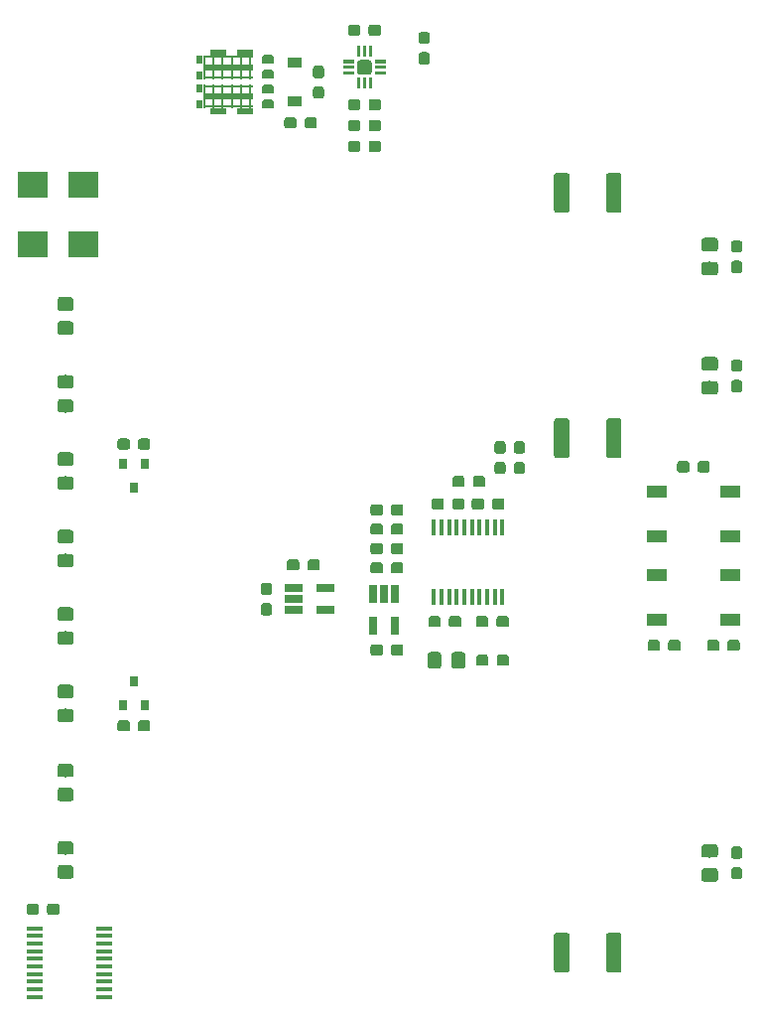
<source format=gbr>
G04 #@! TF.GenerationSoftware,KiCad,Pcbnew,(5.99.0-73-g24ea8f970)*
G04 #@! TF.CreationDate,2019-09-05T16:17:24-04:00*
G04 #@! TF.ProjectId,udoo-power,75646f6f-2d70-46f7-9765-722e6b696361,rev?*
G04 #@! TF.SameCoordinates,Original*
G04 #@! TF.FileFunction,Paste,Top*
G04 #@! TF.FilePolarity,Positive*
%FSLAX46Y46*%
G04 Gerber Fmt 4.6, Leading zero omitted, Abs format (unit mm)*
G04 Created by KiCad (PCBNEW (5.99.0-73-g24ea8f970)) date 2019-09-05 16:17:24*
%MOMM*%
%LPD*%
G04 APERTURE LIST*
%ADD10R,2.500000X2.300000*%
%ADD11R,1.450000X0.450000*%
%ADD12C,0.100000*%
%ADD13C,0.950000*%
%ADD14C,1.150000*%
%ADD15R,0.250000X2.080000*%
%ADD16R,4.280000X0.250000*%
%ADD17R,1.400000X0.495000*%
%ADD18R,4.280000X0.500000*%
%ADD19R,0.560000X0.750000*%
%ADD20C,0.750000*%
%ADD21R,0.450000X1.450000*%
%ADD22R,0.800000X0.900000*%
%ADD23R,1.700000X1.000000*%
%ADD24C,1.300000*%
%ADD25R,1.200000X0.900000*%
%ADD26C,1.230000*%
%ADD27C,0.500000*%
%ADD28C,0.300000*%
%ADD29R,0.650000X1.560000*%
%ADD30R,1.560000X0.650000*%
G04 APERTURE END LIST*
D10*
X93082000Y-66675000D03*
X88782000Y-66675000D03*
D11*
X94870000Y-124964000D03*
X94870000Y-125614000D03*
X94870000Y-126264000D03*
X94870000Y-126914000D03*
X94870000Y-127564000D03*
X94870000Y-128214000D03*
X94870000Y-128864000D03*
X94870000Y-129514000D03*
X94870000Y-130164000D03*
X94870000Y-130814000D03*
X88970000Y-130814000D03*
X88970000Y-130164000D03*
X88970000Y-129514000D03*
X88970000Y-128864000D03*
X88970000Y-128214000D03*
X88970000Y-127564000D03*
X88970000Y-126914000D03*
X88970000Y-126264000D03*
X88970000Y-125614000D03*
X88970000Y-124964000D03*
D12*
G36*
X89151387Y-122860079D02*
G01*
X89228438Y-122911562D01*
X89279921Y-122988613D01*
X89298000Y-123079500D01*
X89298000Y-123554500D01*
X89279921Y-123645387D01*
X89228438Y-123722438D01*
X89151387Y-123773921D01*
X89060500Y-123792000D01*
X88485500Y-123792000D01*
X88394613Y-123773921D01*
X88317562Y-123722438D01*
X88266079Y-123645387D01*
X88248000Y-123554500D01*
X88248000Y-123079500D01*
X88266079Y-122988613D01*
X88317562Y-122911562D01*
X88394613Y-122860079D01*
X88485500Y-122842000D01*
X89060500Y-122842000D01*
X89151387Y-122860079D01*
X89151387Y-122860079D01*
G37*
D13*
X88773000Y-123317000D03*
D12*
G36*
X90901387Y-122860079D02*
G01*
X90978438Y-122911562D01*
X91029921Y-122988613D01*
X91048000Y-123079500D01*
X91048000Y-123554500D01*
X91029921Y-123645387D01*
X90978438Y-123722438D01*
X90901387Y-123773921D01*
X90810500Y-123792000D01*
X90235500Y-123792000D01*
X90144613Y-123773921D01*
X90067562Y-123722438D01*
X90016079Y-123645387D01*
X89998000Y-123554500D01*
X89998000Y-123079500D01*
X90016079Y-122988613D01*
X90067562Y-122911562D01*
X90144613Y-122860079D01*
X90235500Y-122842000D01*
X90810500Y-122842000D01*
X90901387Y-122860079D01*
X90901387Y-122860079D01*
G37*
D13*
X90523000Y-123317000D03*
D12*
G36*
X92112671Y-71181030D02*
G01*
X92193777Y-71235223D01*
X92247970Y-71316329D01*
X92267000Y-71411999D01*
X92267000Y-72062001D01*
X92247970Y-72157671D01*
X92193777Y-72238777D01*
X92112671Y-72292970D01*
X92017001Y-72312000D01*
X91116999Y-72312000D01*
X91021329Y-72292970D01*
X90940223Y-72238777D01*
X90886030Y-72157671D01*
X90867000Y-72062001D01*
X90867000Y-71411999D01*
X90886030Y-71316329D01*
X90940223Y-71235223D01*
X91021329Y-71181030D01*
X91116999Y-71162000D01*
X92017001Y-71162000D01*
X92112671Y-71181030D01*
X92112671Y-71181030D01*
G37*
D14*
X91567000Y-71737000D03*
D12*
G36*
X92112671Y-73231030D02*
G01*
X92193777Y-73285223D01*
X92247970Y-73366329D01*
X92267000Y-73461999D01*
X92267000Y-74112001D01*
X92247970Y-74207671D01*
X92193777Y-74288777D01*
X92112671Y-74342970D01*
X92017001Y-74362000D01*
X91116999Y-74362000D01*
X91021329Y-74342970D01*
X90940223Y-74288777D01*
X90886030Y-74207671D01*
X90867000Y-74112001D01*
X90867000Y-73461999D01*
X90886030Y-73366329D01*
X90940223Y-73285223D01*
X91021329Y-73231030D01*
X91116999Y-73212000D01*
X92017001Y-73212000D01*
X92112671Y-73231030D01*
X92112671Y-73231030D01*
G37*
D14*
X91567000Y-73787000D03*
D12*
G36*
X92112671Y-77809601D02*
G01*
X92193777Y-77863794D01*
X92247970Y-77944900D01*
X92267000Y-78040570D01*
X92267000Y-78690572D01*
X92247970Y-78786242D01*
X92193777Y-78867348D01*
X92112671Y-78921541D01*
X92017001Y-78940571D01*
X91116999Y-78940571D01*
X91021329Y-78921541D01*
X90940223Y-78867348D01*
X90886030Y-78786242D01*
X90867000Y-78690572D01*
X90867000Y-78040570D01*
X90886030Y-77944900D01*
X90940223Y-77863794D01*
X91021329Y-77809601D01*
X91116999Y-77790571D01*
X92017001Y-77790571D01*
X92112671Y-77809601D01*
X92112671Y-77809601D01*
G37*
D14*
X91567000Y-78365571D03*
D12*
G36*
X92112671Y-79859601D02*
G01*
X92193777Y-79913794D01*
X92247970Y-79994900D01*
X92267000Y-80090570D01*
X92267000Y-80740572D01*
X92247970Y-80836242D01*
X92193777Y-80917348D01*
X92112671Y-80971541D01*
X92017001Y-80990571D01*
X91116999Y-80990571D01*
X91021329Y-80971541D01*
X90940223Y-80917348D01*
X90886030Y-80836242D01*
X90867000Y-80740572D01*
X90867000Y-80090570D01*
X90886030Y-79994900D01*
X90940223Y-79913794D01*
X91021329Y-79859601D01*
X91116999Y-79840571D01*
X92017001Y-79840571D01*
X92112671Y-79859601D01*
X92112671Y-79859601D01*
G37*
D14*
X91567000Y-80415571D03*
D15*
X107349000Y-54046600D03*
D16*
X105449000Y-53166600D03*
D15*
X106569000Y-54046600D03*
X105779000Y-54046600D03*
D17*
X106889000Y-55334600D03*
D15*
X104179000Y-54046600D03*
D18*
X105449000Y-54046600D03*
D16*
X105449000Y-54926600D03*
D17*
X104589000Y-55334600D03*
D15*
X104979000Y-54046600D03*
X103449000Y-54046600D03*
D19*
X103029000Y-54711600D03*
X103029000Y-53381600D03*
D15*
X103449000Y-51566600D03*
X104179000Y-51566600D03*
X104979000Y-51566600D03*
X105779000Y-51566600D03*
X106569000Y-51566600D03*
X107349000Y-51566600D03*
D16*
X105449000Y-52446600D03*
X105449000Y-50686600D03*
D18*
X105449000Y-51566600D03*
D17*
X104589000Y-50278600D03*
X106889000Y-50278600D03*
D19*
X103029000Y-52231600D03*
X103029000Y-50901600D03*
D12*
G36*
X109245014Y-50538189D02*
G01*
X109294407Y-50571193D01*
X109327411Y-50620586D01*
X109339000Y-50678850D01*
X109339000Y-51124350D01*
X109327411Y-51182614D01*
X109294407Y-51232007D01*
X109245014Y-51265011D01*
X109186750Y-51276600D01*
X108491250Y-51276600D01*
X108432986Y-51265011D01*
X108383593Y-51232007D01*
X108350589Y-51182614D01*
X108339000Y-51124350D01*
X108339000Y-50678850D01*
X108350589Y-50620586D01*
X108383593Y-50571193D01*
X108432986Y-50538189D01*
X108491250Y-50526600D01*
X109186750Y-50526600D01*
X109245014Y-50538189D01*
X109245014Y-50538189D01*
G37*
D20*
X108839000Y-50901600D03*
D12*
G36*
X109245014Y-51808189D02*
G01*
X109294407Y-51841193D01*
X109327411Y-51890586D01*
X109339000Y-51948850D01*
X109339000Y-52394350D01*
X109327411Y-52452614D01*
X109294407Y-52502007D01*
X109245014Y-52535011D01*
X109186750Y-52546600D01*
X108491250Y-52546600D01*
X108432986Y-52535011D01*
X108383593Y-52502007D01*
X108350589Y-52452614D01*
X108339000Y-52394350D01*
X108339000Y-51948850D01*
X108350589Y-51890586D01*
X108383593Y-51841193D01*
X108432986Y-51808189D01*
X108491250Y-51796600D01*
X109186750Y-51796600D01*
X109245014Y-51808189D01*
X109245014Y-51808189D01*
G37*
D20*
X108839000Y-52171600D03*
D12*
G36*
X109245014Y-53078189D02*
G01*
X109294407Y-53111193D01*
X109327411Y-53160586D01*
X109339000Y-53218850D01*
X109339000Y-53664350D01*
X109327411Y-53722614D01*
X109294407Y-53772007D01*
X109245014Y-53805011D01*
X109186750Y-53816600D01*
X108491250Y-53816600D01*
X108432986Y-53805011D01*
X108383593Y-53772007D01*
X108350589Y-53722614D01*
X108339000Y-53664350D01*
X108339000Y-53218850D01*
X108350589Y-53160586D01*
X108383593Y-53111193D01*
X108432986Y-53078189D01*
X108491250Y-53066600D01*
X109186750Y-53066600D01*
X109245014Y-53078189D01*
X109245014Y-53078189D01*
G37*
D20*
X108839000Y-53441600D03*
D12*
G36*
X109245014Y-54348189D02*
G01*
X109294407Y-54381193D01*
X109327411Y-54430586D01*
X109339000Y-54488850D01*
X109339000Y-54934350D01*
X109327411Y-54992614D01*
X109294407Y-55042007D01*
X109245014Y-55075011D01*
X109186750Y-55086600D01*
X108491250Y-55086600D01*
X108432986Y-55075011D01*
X108383593Y-55042007D01*
X108350589Y-54992614D01*
X108339000Y-54934350D01*
X108339000Y-54488850D01*
X108350589Y-54430586D01*
X108383593Y-54381193D01*
X108432986Y-54348189D01*
X108491250Y-54336600D01*
X109186750Y-54336600D01*
X109245014Y-54348189D01*
X109245014Y-54348189D01*
G37*
D20*
X108839000Y-54711600D03*
D12*
G36*
X148968387Y-100381079D02*
G01*
X149045438Y-100432562D01*
X149096921Y-100509613D01*
X149115000Y-100600500D01*
X149115000Y-101075500D01*
X149096921Y-101166387D01*
X149045438Y-101243438D01*
X148968387Y-101294921D01*
X148877500Y-101313000D01*
X148302500Y-101313000D01*
X148211613Y-101294921D01*
X148134562Y-101243438D01*
X148083079Y-101166387D01*
X148065000Y-101075500D01*
X148065000Y-100600500D01*
X148083079Y-100509613D01*
X148134562Y-100432562D01*
X148211613Y-100381079D01*
X148302500Y-100363000D01*
X148877500Y-100363000D01*
X148968387Y-100381079D01*
X148968387Y-100381079D01*
G37*
D13*
X148590000Y-100838000D03*
D12*
G36*
X147218387Y-100381079D02*
G01*
X147295438Y-100432562D01*
X147346921Y-100509613D01*
X147365000Y-100600500D01*
X147365000Y-101075500D01*
X147346921Y-101166387D01*
X147295438Y-101243438D01*
X147218387Y-101294921D01*
X147127500Y-101313000D01*
X146552500Y-101313000D01*
X146461613Y-101294921D01*
X146384562Y-101243438D01*
X146333079Y-101166387D01*
X146315000Y-101075500D01*
X146315000Y-100600500D01*
X146333079Y-100509613D01*
X146384562Y-100432562D01*
X146461613Y-100381079D01*
X146552500Y-100363000D01*
X147127500Y-100363000D01*
X147218387Y-100381079D01*
X147218387Y-100381079D01*
G37*
D13*
X146840000Y-100838000D03*
D12*
G36*
X118347387Y-54280079D02*
G01*
X118424438Y-54331562D01*
X118475921Y-54408613D01*
X118494000Y-54499500D01*
X118494000Y-54974500D01*
X118475921Y-55065387D01*
X118424438Y-55142438D01*
X118347387Y-55193921D01*
X118256500Y-55212000D01*
X117681500Y-55212000D01*
X117590613Y-55193921D01*
X117513562Y-55142438D01*
X117462079Y-55065387D01*
X117444000Y-54974500D01*
X117444000Y-54499500D01*
X117462079Y-54408613D01*
X117513562Y-54331562D01*
X117590613Y-54280079D01*
X117681500Y-54262000D01*
X118256500Y-54262000D01*
X118347387Y-54280079D01*
X118347387Y-54280079D01*
G37*
D13*
X117969000Y-54737000D03*
D12*
G36*
X116597387Y-54280079D02*
G01*
X116674438Y-54331562D01*
X116725921Y-54408613D01*
X116744000Y-54499500D01*
X116744000Y-54974500D01*
X116725921Y-55065387D01*
X116674438Y-55142438D01*
X116597387Y-55193921D01*
X116506500Y-55212000D01*
X115931500Y-55212000D01*
X115840613Y-55193921D01*
X115763562Y-55142438D01*
X115712079Y-55065387D01*
X115694000Y-54974500D01*
X115694000Y-54499500D01*
X115712079Y-54408613D01*
X115763562Y-54331562D01*
X115840613Y-54280079D01*
X115931500Y-54262000D01*
X116506500Y-54262000D01*
X116597387Y-54280079D01*
X116597387Y-54280079D01*
G37*
D13*
X116219000Y-54737000D03*
D21*
X128859000Y-96705000D03*
X128209000Y-96705000D03*
X127559000Y-96705000D03*
X126909000Y-96705000D03*
X126259000Y-96705000D03*
X125609000Y-96705000D03*
X124959000Y-96705000D03*
X124309000Y-96705000D03*
X123659000Y-96705000D03*
X123009000Y-96705000D03*
X123009000Y-90805000D03*
X123659000Y-90805000D03*
X124309000Y-90805000D03*
X124959000Y-90805000D03*
X125609000Y-90805000D03*
X126259000Y-90805000D03*
X126909000Y-90805000D03*
X127559000Y-90805000D03*
X128209000Y-90805000D03*
X128859000Y-90805000D03*
D12*
G36*
X147103671Y-119849030D02*
G01*
X147184777Y-119903223D01*
X147238970Y-119984329D01*
X147258000Y-120079999D01*
X147258000Y-120730001D01*
X147238970Y-120825671D01*
X147184777Y-120906777D01*
X147103671Y-120960970D01*
X147008001Y-120980000D01*
X146107999Y-120980000D01*
X146012329Y-120960970D01*
X145931223Y-120906777D01*
X145877030Y-120825671D01*
X145858000Y-120730001D01*
X145858000Y-120079999D01*
X145877030Y-119984329D01*
X145931223Y-119903223D01*
X146012329Y-119849030D01*
X146107999Y-119830000D01*
X147008001Y-119830000D01*
X147103671Y-119849030D01*
X147103671Y-119849030D01*
G37*
D14*
X146558000Y-120405000D03*
D12*
G36*
X147103671Y-117799030D02*
G01*
X147184777Y-117853223D01*
X147238970Y-117934329D01*
X147258000Y-118029999D01*
X147258000Y-118680001D01*
X147238970Y-118775671D01*
X147184777Y-118856777D01*
X147103671Y-118910970D01*
X147008001Y-118930000D01*
X146107999Y-118930000D01*
X146012329Y-118910970D01*
X145931223Y-118856777D01*
X145877030Y-118775671D01*
X145858000Y-118680001D01*
X145858000Y-118029999D01*
X145877030Y-117934329D01*
X145931223Y-117853223D01*
X146012329Y-117799030D01*
X146107999Y-117780000D01*
X147008001Y-117780000D01*
X147103671Y-117799030D01*
X147103671Y-117799030D01*
G37*
D14*
X146558000Y-118355000D03*
D22*
X97409000Y-103902000D03*
X98359000Y-105902000D03*
X96459000Y-105902000D03*
D12*
G36*
X118502387Y-90475079D02*
G01*
X118579438Y-90526562D01*
X118630921Y-90603613D01*
X118649000Y-90694500D01*
X118649000Y-91169500D01*
X118630921Y-91260387D01*
X118579438Y-91337438D01*
X118502387Y-91388921D01*
X118411500Y-91407000D01*
X117836500Y-91407000D01*
X117745613Y-91388921D01*
X117668562Y-91337438D01*
X117617079Y-91260387D01*
X117599000Y-91169500D01*
X117599000Y-90694500D01*
X117617079Y-90603613D01*
X117668562Y-90526562D01*
X117745613Y-90475079D01*
X117836500Y-90457000D01*
X118411500Y-90457000D01*
X118502387Y-90475079D01*
X118502387Y-90475079D01*
G37*
D13*
X118124000Y-90932000D03*
D12*
G36*
X120252387Y-90475079D02*
G01*
X120329438Y-90526562D01*
X120380921Y-90603613D01*
X120399000Y-90694500D01*
X120399000Y-91169500D01*
X120380921Y-91260387D01*
X120329438Y-91337438D01*
X120252387Y-91388921D01*
X120161500Y-91407000D01*
X119586500Y-91407000D01*
X119495613Y-91388921D01*
X119418562Y-91337438D01*
X119367079Y-91260387D01*
X119349000Y-91169500D01*
X119349000Y-90694500D01*
X119367079Y-90603613D01*
X119418562Y-90526562D01*
X119495613Y-90475079D01*
X119586500Y-90457000D01*
X120161500Y-90457000D01*
X120252387Y-90475079D01*
X120252387Y-90475079D01*
G37*
D13*
X119874000Y-90932000D03*
D12*
G36*
X122502387Y-48529079D02*
G01*
X122579438Y-48580562D01*
X122630921Y-48657613D01*
X122649000Y-48748500D01*
X122649000Y-49323500D01*
X122630921Y-49414387D01*
X122579438Y-49491438D01*
X122502387Y-49542921D01*
X122411500Y-49561000D01*
X121936500Y-49561000D01*
X121845613Y-49542921D01*
X121768562Y-49491438D01*
X121717079Y-49414387D01*
X121699000Y-49323500D01*
X121699000Y-48748500D01*
X121717079Y-48657613D01*
X121768562Y-48580562D01*
X121845613Y-48529079D01*
X121936500Y-48511000D01*
X122411500Y-48511000D01*
X122502387Y-48529079D01*
X122502387Y-48529079D01*
G37*
D13*
X122174000Y-49036000D03*
D12*
G36*
X122502387Y-50279079D02*
G01*
X122579438Y-50330562D01*
X122630921Y-50407613D01*
X122649000Y-50498500D01*
X122649000Y-51073500D01*
X122630921Y-51164387D01*
X122579438Y-51241438D01*
X122502387Y-51292921D01*
X122411500Y-51311000D01*
X121936500Y-51311000D01*
X121845613Y-51292921D01*
X121768562Y-51241438D01*
X121717079Y-51164387D01*
X121699000Y-51073500D01*
X121699000Y-50498500D01*
X121717079Y-50407613D01*
X121768562Y-50330562D01*
X121845613Y-50279079D01*
X121936500Y-50261000D01*
X122411500Y-50261000D01*
X122502387Y-50279079D01*
X122502387Y-50279079D01*
G37*
D13*
X122174000Y-50786000D03*
D12*
G36*
X92112671Y-84398030D02*
G01*
X92193777Y-84452223D01*
X92247970Y-84533329D01*
X92267000Y-84628999D01*
X92267000Y-85279001D01*
X92247970Y-85374671D01*
X92193777Y-85455777D01*
X92112671Y-85509970D01*
X92017001Y-85529000D01*
X91116999Y-85529000D01*
X91021329Y-85509970D01*
X90940223Y-85455777D01*
X90886030Y-85374671D01*
X90867000Y-85279001D01*
X90867000Y-84628999D01*
X90886030Y-84533329D01*
X90940223Y-84452223D01*
X91021329Y-84398030D01*
X91116999Y-84379000D01*
X92017001Y-84379000D01*
X92112671Y-84398030D01*
X92112671Y-84398030D01*
G37*
D14*
X91567000Y-84954000D03*
D12*
G36*
X92112671Y-86448030D02*
G01*
X92193777Y-86502223D01*
X92247970Y-86583329D01*
X92267000Y-86678999D01*
X92267000Y-87329001D01*
X92247970Y-87424671D01*
X92193777Y-87505777D01*
X92112671Y-87559970D01*
X92017001Y-87579000D01*
X91116999Y-87579000D01*
X91021329Y-87559970D01*
X90940223Y-87505777D01*
X90886030Y-87424671D01*
X90867000Y-87329001D01*
X90867000Y-86678999D01*
X90886030Y-86583329D01*
X90940223Y-86502223D01*
X91021329Y-86448030D01*
X91116999Y-86429000D01*
X92017001Y-86429000D01*
X92112671Y-86448030D01*
X92112671Y-86448030D01*
G37*
D14*
X91567000Y-87004000D03*
D12*
G36*
X116597387Y-57836079D02*
G01*
X116674438Y-57887562D01*
X116725921Y-57964613D01*
X116744000Y-58055500D01*
X116744000Y-58530500D01*
X116725921Y-58621387D01*
X116674438Y-58698438D01*
X116597387Y-58749921D01*
X116506500Y-58768000D01*
X115931500Y-58768000D01*
X115840613Y-58749921D01*
X115763562Y-58698438D01*
X115712079Y-58621387D01*
X115694000Y-58530500D01*
X115694000Y-58055500D01*
X115712079Y-57964613D01*
X115763562Y-57887562D01*
X115840613Y-57836079D01*
X115931500Y-57818000D01*
X116506500Y-57818000D01*
X116597387Y-57836079D01*
X116597387Y-57836079D01*
G37*
D13*
X116219000Y-58293000D03*
D12*
G36*
X118347387Y-57836079D02*
G01*
X118424438Y-57887562D01*
X118475921Y-57964613D01*
X118494000Y-58055500D01*
X118494000Y-58530500D01*
X118475921Y-58621387D01*
X118424438Y-58698438D01*
X118347387Y-58749921D01*
X118256500Y-58768000D01*
X117681500Y-58768000D01*
X117590613Y-58749921D01*
X117513562Y-58698438D01*
X117462079Y-58621387D01*
X117444000Y-58530500D01*
X117444000Y-58055500D01*
X117462079Y-57964613D01*
X117513562Y-57887562D01*
X117590613Y-57836079D01*
X117681500Y-57818000D01*
X118256500Y-57818000D01*
X118347387Y-57836079D01*
X118347387Y-57836079D01*
G37*
D13*
X117969000Y-58293000D03*
D12*
G36*
X125487387Y-86411079D02*
G01*
X125564438Y-86462562D01*
X125615921Y-86539613D01*
X125634000Y-86630500D01*
X125634000Y-87105500D01*
X125615921Y-87196387D01*
X125564438Y-87273438D01*
X125487387Y-87324921D01*
X125396500Y-87343000D01*
X124821500Y-87343000D01*
X124730613Y-87324921D01*
X124653562Y-87273438D01*
X124602079Y-87196387D01*
X124584000Y-87105500D01*
X124584000Y-86630500D01*
X124602079Y-86539613D01*
X124653562Y-86462562D01*
X124730613Y-86411079D01*
X124821500Y-86393000D01*
X125396500Y-86393000D01*
X125487387Y-86411079D01*
X125487387Y-86411079D01*
G37*
D13*
X125109000Y-86868000D03*
D12*
G36*
X127237387Y-86411079D02*
G01*
X127314438Y-86462562D01*
X127365921Y-86539613D01*
X127384000Y-86630500D01*
X127384000Y-87105500D01*
X127365921Y-87196387D01*
X127314438Y-87273438D01*
X127237387Y-87324921D01*
X127146500Y-87343000D01*
X126571500Y-87343000D01*
X126480613Y-87324921D01*
X126403562Y-87273438D01*
X126352079Y-87196387D01*
X126334000Y-87105500D01*
X126334000Y-86630500D01*
X126352079Y-86539613D01*
X126403562Y-86462562D01*
X126480613Y-86411079D01*
X126571500Y-86393000D01*
X127146500Y-86393000D01*
X127237387Y-86411079D01*
X127237387Y-86411079D01*
G37*
D13*
X126859000Y-86868000D03*
D23*
X148311000Y-91562000D03*
X142011000Y-91562000D03*
X148311000Y-87762000D03*
X142011000Y-87762000D03*
D12*
G36*
X123723387Y-88316079D02*
G01*
X123800438Y-88367562D01*
X123851921Y-88444613D01*
X123870000Y-88535500D01*
X123870000Y-89010500D01*
X123851921Y-89101387D01*
X123800438Y-89178438D01*
X123723387Y-89229921D01*
X123632500Y-89248000D01*
X123057500Y-89248000D01*
X122966613Y-89229921D01*
X122889562Y-89178438D01*
X122838079Y-89101387D01*
X122820000Y-89010500D01*
X122820000Y-88535500D01*
X122838079Y-88444613D01*
X122889562Y-88367562D01*
X122966613Y-88316079D01*
X123057500Y-88298000D01*
X123632500Y-88298000D01*
X123723387Y-88316079D01*
X123723387Y-88316079D01*
G37*
D13*
X123345000Y-88773000D03*
D12*
G36*
X125473387Y-88316079D02*
G01*
X125550438Y-88367562D01*
X125601921Y-88444613D01*
X125620000Y-88535500D01*
X125620000Y-89010500D01*
X125601921Y-89101387D01*
X125550438Y-89178438D01*
X125473387Y-89229921D01*
X125382500Y-89248000D01*
X124807500Y-89248000D01*
X124716613Y-89229921D01*
X124639562Y-89178438D01*
X124588079Y-89101387D01*
X124570000Y-89010500D01*
X124570000Y-88535500D01*
X124588079Y-88444613D01*
X124639562Y-88367562D01*
X124716613Y-88316079D01*
X124807500Y-88298000D01*
X125382500Y-88298000D01*
X125473387Y-88316079D01*
X125473387Y-88316079D01*
G37*
D13*
X125095000Y-88773000D03*
D12*
G36*
X116583387Y-47930079D02*
G01*
X116660438Y-47981562D01*
X116711921Y-48058613D01*
X116730000Y-48149500D01*
X116730000Y-48624500D01*
X116711921Y-48715387D01*
X116660438Y-48792438D01*
X116583387Y-48843921D01*
X116492500Y-48862000D01*
X115917500Y-48862000D01*
X115826613Y-48843921D01*
X115749562Y-48792438D01*
X115698079Y-48715387D01*
X115680000Y-48624500D01*
X115680000Y-48149500D01*
X115698079Y-48058613D01*
X115749562Y-47981562D01*
X115826613Y-47930079D01*
X115917500Y-47912000D01*
X116492500Y-47912000D01*
X116583387Y-47930079D01*
X116583387Y-47930079D01*
G37*
D13*
X116205000Y-48387000D03*
D12*
G36*
X118333387Y-47930079D02*
G01*
X118410438Y-47981562D01*
X118461921Y-48058613D01*
X118480000Y-48149500D01*
X118480000Y-48624500D01*
X118461921Y-48715387D01*
X118410438Y-48792438D01*
X118333387Y-48843921D01*
X118242500Y-48862000D01*
X117667500Y-48862000D01*
X117576613Y-48843921D01*
X117499562Y-48792438D01*
X117448079Y-48715387D01*
X117430000Y-48624500D01*
X117430000Y-48149500D01*
X117448079Y-48058613D01*
X117499562Y-47981562D01*
X117576613Y-47930079D01*
X117667500Y-47912000D01*
X118242500Y-47912000D01*
X118333387Y-47930079D01*
X118333387Y-47930079D01*
G37*
D13*
X117955000Y-48387000D03*
D12*
G36*
X120252387Y-92126079D02*
G01*
X120329438Y-92177562D01*
X120380921Y-92254613D01*
X120399000Y-92345500D01*
X120399000Y-92820500D01*
X120380921Y-92911387D01*
X120329438Y-92988438D01*
X120252387Y-93039921D01*
X120161500Y-93058000D01*
X119586500Y-93058000D01*
X119495613Y-93039921D01*
X119418562Y-92988438D01*
X119367079Y-92911387D01*
X119349000Y-92820500D01*
X119349000Y-92345500D01*
X119367079Y-92254613D01*
X119418562Y-92177562D01*
X119495613Y-92126079D01*
X119586500Y-92108000D01*
X120161500Y-92108000D01*
X120252387Y-92126079D01*
X120252387Y-92126079D01*
G37*
D13*
X119874000Y-92583000D03*
D12*
G36*
X118502387Y-92126079D02*
G01*
X118579438Y-92177562D01*
X118630921Y-92254613D01*
X118649000Y-92345500D01*
X118649000Y-92820500D01*
X118630921Y-92911387D01*
X118579438Y-92988438D01*
X118502387Y-93039921D01*
X118411500Y-93058000D01*
X117836500Y-93058000D01*
X117745613Y-93039921D01*
X117668562Y-92988438D01*
X117617079Y-92911387D01*
X117599000Y-92820500D01*
X117599000Y-92345500D01*
X117617079Y-92254613D01*
X117668562Y-92177562D01*
X117745613Y-92126079D01*
X117836500Y-92108000D01*
X118411500Y-92108000D01*
X118502387Y-92126079D01*
X118502387Y-92126079D01*
G37*
D13*
X118124000Y-92583000D03*
D12*
G36*
X125196387Y-98349079D02*
G01*
X125273438Y-98400562D01*
X125324921Y-98477613D01*
X125343000Y-98568500D01*
X125343000Y-99043500D01*
X125324921Y-99134387D01*
X125273438Y-99211438D01*
X125196387Y-99262921D01*
X125105500Y-99281000D01*
X124530500Y-99281000D01*
X124439613Y-99262921D01*
X124362562Y-99211438D01*
X124311079Y-99134387D01*
X124293000Y-99043500D01*
X124293000Y-98568500D01*
X124311079Y-98477613D01*
X124362562Y-98400562D01*
X124439613Y-98349079D01*
X124530500Y-98331000D01*
X125105500Y-98331000D01*
X125196387Y-98349079D01*
X125196387Y-98349079D01*
G37*
D13*
X124818000Y-98806000D03*
D12*
G36*
X123446387Y-98349079D02*
G01*
X123523438Y-98400562D01*
X123574921Y-98477613D01*
X123593000Y-98568500D01*
X123593000Y-99043500D01*
X123574921Y-99134387D01*
X123523438Y-99211438D01*
X123446387Y-99262921D01*
X123355500Y-99281000D01*
X122780500Y-99281000D01*
X122689613Y-99262921D01*
X122612562Y-99211438D01*
X122561079Y-99134387D01*
X122543000Y-99043500D01*
X122543000Y-98568500D01*
X122561079Y-98477613D01*
X122612562Y-98400562D01*
X122689613Y-98349079D01*
X122780500Y-98331000D01*
X123355500Y-98331000D01*
X123446387Y-98349079D01*
X123446387Y-98349079D01*
G37*
D13*
X123068000Y-98806000D03*
D12*
G36*
X130630387Y-85204079D02*
G01*
X130707438Y-85255562D01*
X130758921Y-85332613D01*
X130777000Y-85423500D01*
X130777000Y-85998500D01*
X130758921Y-86089387D01*
X130707438Y-86166438D01*
X130630387Y-86217921D01*
X130539500Y-86236000D01*
X130064500Y-86236000D01*
X129973613Y-86217921D01*
X129896562Y-86166438D01*
X129845079Y-86089387D01*
X129827000Y-85998500D01*
X129827000Y-85423500D01*
X129845079Y-85332613D01*
X129896562Y-85255562D01*
X129973613Y-85204079D01*
X130064500Y-85186000D01*
X130539500Y-85186000D01*
X130630387Y-85204079D01*
X130630387Y-85204079D01*
G37*
D13*
X130302000Y-85711000D03*
D12*
G36*
X130630387Y-83454079D02*
G01*
X130707438Y-83505562D01*
X130758921Y-83582613D01*
X130777000Y-83673500D01*
X130777000Y-84248500D01*
X130758921Y-84339387D01*
X130707438Y-84416438D01*
X130630387Y-84467921D01*
X130539500Y-84486000D01*
X130064500Y-84486000D01*
X129973613Y-84467921D01*
X129896562Y-84416438D01*
X129845079Y-84339387D01*
X129827000Y-84248500D01*
X129827000Y-83673500D01*
X129845079Y-83582613D01*
X129896562Y-83505562D01*
X129973613Y-83454079D01*
X130064500Y-83436000D01*
X130539500Y-83436000D01*
X130630387Y-83454079D01*
X130630387Y-83454079D01*
G37*
D13*
X130302000Y-83961000D03*
D12*
G36*
X142152387Y-100381079D02*
G01*
X142229438Y-100432562D01*
X142280921Y-100509613D01*
X142299000Y-100600500D01*
X142299000Y-101075500D01*
X142280921Y-101166387D01*
X142229438Y-101243438D01*
X142152387Y-101294921D01*
X142061500Y-101313000D01*
X141486500Y-101313000D01*
X141395613Y-101294921D01*
X141318562Y-101243438D01*
X141267079Y-101166387D01*
X141249000Y-101075500D01*
X141249000Y-100600500D01*
X141267079Y-100509613D01*
X141318562Y-100432562D01*
X141395613Y-100381079D01*
X141486500Y-100363000D01*
X142061500Y-100363000D01*
X142152387Y-100381079D01*
X142152387Y-100381079D01*
G37*
D13*
X141774000Y-100838000D03*
D12*
G36*
X143902387Y-100381079D02*
G01*
X143979438Y-100432562D01*
X144030921Y-100509613D01*
X144049000Y-100600500D01*
X144049000Y-101075500D01*
X144030921Y-101166387D01*
X143979438Y-101243438D01*
X143902387Y-101294921D01*
X143811500Y-101313000D01*
X143236500Y-101313000D01*
X143145613Y-101294921D01*
X143068562Y-101243438D01*
X143017079Y-101166387D01*
X142999000Y-101075500D01*
X142999000Y-100600500D01*
X143017079Y-100509613D01*
X143068562Y-100432562D01*
X143145613Y-100381079D01*
X143236500Y-100363000D01*
X143811500Y-100363000D01*
X143902387Y-100381079D01*
X143902387Y-100381079D01*
G37*
D13*
X143524000Y-100838000D03*
D12*
G36*
X109040387Y-95510079D02*
G01*
X109117438Y-95561562D01*
X109168921Y-95638613D01*
X109187000Y-95729500D01*
X109187000Y-96304500D01*
X109168921Y-96395387D01*
X109117438Y-96472438D01*
X109040387Y-96523921D01*
X108949500Y-96542000D01*
X108474500Y-96542000D01*
X108383613Y-96523921D01*
X108306562Y-96472438D01*
X108255079Y-96395387D01*
X108237000Y-96304500D01*
X108237000Y-95729500D01*
X108255079Y-95638613D01*
X108306562Y-95561562D01*
X108383613Y-95510079D01*
X108474500Y-95492000D01*
X108949500Y-95492000D01*
X109040387Y-95510079D01*
X109040387Y-95510079D01*
G37*
D13*
X108712000Y-96017000D03*
D12*
G36*
X109040387Y-97260079D02*
G01*
X109117438Y-97311562D01*
X109168921Y-97388613D01*
X109187000Y-97479500D01*
X109187000Y-98054500D01*
X109168921Y-98145387D01*
X109117438Y-98222438D01*
X109040387Y-98273921D01*
X108949500Y-98292000D01*
X108474500Y-98292000D01*
X108383613Y-98273921D01*
X108306562Y-98222438D01*
X108255079Y-98145387D01*
X108237000Y-98054500D01*
X108237000Y-97479500D01*
X108255079Y-97388613D01*
X108306562Y-97311562D01*
X108383613Y-97260079D01*
X108474500Y-97242000D01*
X108949500Y-97242000D01*
X109040387Y-97260079D01*
X109040387Y-97260079D01*
G37*
D13*
X108712000Y-97767000D03*
D12*
G36*
X111381387Y-93523079D02*
G01*
X111458438Y-93574562D01*
X111509921Y-93651613D01*
X111528000Y-93742500D01*
X111528000Y-94217500D01*
X111509921Y-94308387D01*
X111458438Y-94385438D01*
X111381387Y-94436921D01*
X111290500Y-94455000D01*
X110715500Y-94455000D01*
X110624613Y-94436921D01*
X110547562Y-94385438D01*
X110496079Y-94308387D01*
X110478000Y-94217500D01*
X110478000Y-93742500D01*
X110496079Y-93651613D01*
X110547562Y-93574562D01*
X110624613Y-93523079D01*
X110715500Y-93505000D01*
X111290500Y-93505000D01*
X111381387Y-93523079D01*
X111381387Y-93523079D01*
G37*
D13*
X111003000Y-93980000D03*
D12*
G36*
X113131387Y-93523079D02*
G01*
X113208438Y-93574562D01*
X113259921Y-93651613D01*
X113278000Y-93742500D01*
X113278000Y-94217500D01*
X113259921Y-94308387D01*
X113208438Y-94385438D01*
X113131387Y-94436921D01*
X113040500Y-94455000D01*
X112465500Y-94455000D01*
X112374613Y-94436921D01*
X112297562Y-94385438D01*
X112246079Y-94308387D01*
X112228000Y-94217500D01*
X112228000Y-93742500D01*
X112246079Y-93651613D01*
X112297562Y-93574562D01*
X112374613Y-93523079D01*
X112465500Y-93505000D01*
X113040500Y-93505000D01*
X113131387Y-93523079D01*
X113131387Y-93523079D01*
G37*
D13*
X112753000Y-93980000D03*
D12*
G36*
X147103671Y-68160030D02*
G01*
X147184777Y-68214223D01*
X147238970Y-68295329D01*
X147258000Y-68390999D01*
X147258000Y-69041001D01*
X147238970Y-69136671D01*
X147184777Y-69217777D01*
X147103671Y-69271970D01*
X147008001Y-69291000D01*
X146107999Y-69291000D01*
X146012329Y-69271970D01*
X145931223Y-69217777D01*
X145877030Y-69136671D01*
X145858000Y-69041001D01*
X145858000Y-68390999D01*
X145877030Y-68295329D01*
X145931223Y-68214223D01*
X146012329Y-68160030D01*
X146107999Y-68141000D01*
X147008001Y-68141000D01*
X147103671Y-68160030D01*
X147103671Y-68160030D01*
G37*
D14*
X146558000Y-68716000D03*
D12*
G36*
X147103671Y-66110030D02*
G01*
X147184777Y-66164223D01*
X147238970Y-66245329D01*
X147258000Y-66340999D01*
X147258000Y-66991001D01*
X147238970Y-67086671D01*
X147184777Y-67167777D01*
X147103671Y-67221970D01*
X147008001Y-67241000D01*
X146107999Y-67241000D01*
X146012329Y-67221970D01*
X145931223Y-67167777D01*
X145877030Y-67086671D01*
X145858000Y-66991001D01*
X145858000Y-66340999D01*
X145877030Y-66245329D01*
X145931223Y-66164223D01*
X146012329Y-66110030D01*
X146107999Y-66091000D01*
X147008001Y-66091000D01*
X147103671Y-66110030D01*
X147103671Y-66110030D01*
G37*
D14*
X146558000Y-66666000D03*
D12*
G36*
X118502387Y-93777079D02*
G01*
X118579438Y-93828562D01*
X118630921Y-93905613D01*
X118649000Y-93996500D01*
X118649000Y-94471500D01*
X118630921Y-94562387D01*
X118579438Y-94639438D01*
X118502387Y-94690921D01*
X118411500Y-94709000D01*
X117836500Y-94709000D01*
X117745613Y-94690921D01*
X117668562Y-94639438D01*
X117617079Y-94562387D01*
X117599000Y-94471500D01*
X117599000Y-93996500D01*
X117617079Y-93905613D01*
X117668562Y-93828562D01*
X117745613Y-93777079D01*
X117836500Y-93759000D01*
X118411500Y-93759000D01*
X118502387Y-93777079D01*
X118502387Y-93777079D01*
G37*
D13*
X118124000Y-94234000D03*
D12*
G36*
X120252387Y-93777079D02*
G01*
X120329438Y-93828562D01*
X120380921Y-93905613D01*
X120399000Y-93996500D01*
X120399000Y-94471500D01*
X120380921Y-94562387D01*
X120329438Y-94639438D01*
X120252387Y-94690921D01*
X120161500Y-94709000D01*
X119586500Y-94709000D01*
X119495613Y-94690921D01*
X119418562Y-94639438D01*
X119367079Y-94562387D01*
X119349000Y-94471500D01*
X119349000Y-93996500D01*
X119367079Y-93905613D01*
X119418562Y-93828562D01*
X119495613Y-93777079D01*
X119586500Y-93759000D01*
X120161500Y-93759000D01*
X120252387Y-93777079D01*
X120252387Y-93777079D01*
G37*
D13*
X119874000Y-94234000D03*
D12*
G36*
X127519387Y-101651079D02*
G01*
X127596438Y-101702562D01*
X127647921Y-101779613D01*
X127666000Y-101870500D01*
X127666000Y-102345500D01*
X127647921Y-102436387D01*
X127596438Y-102513438D01*
X127519387Y-102564921D01*
X127428500Y-102583000D01*
X126853500Y-102583000D01*
X126762613Y-102564921D01*
X126685562Y-102513438D01*
X126634079Y-102436387D01*
X126616000Y-102345500D01*
X126616000Y-101870500D01*
X126634079Y-101779613D01*
X126685562Y-101702562D01*
X126762613Y-101651079D01*
X126853500Y-101633000D01*
X127428500Y-101633000D01*
X127519387Y-101651079D01*
X127519387Y-101651079D01*
G37*
D13*
X127141000Y-102108000D03*
D12*
G36*
X129269387Y-101651079D02*
G01*
X129346438Y-101702562D01*
X129397921Y-101779613D01*
X129416000Y-101870500D01*
X129416000Y-102345500D01*
X129397921Y-102436387D01*
X129346438Y-102513438D01*
X129269387Y-102564921D01*
X129178500Y-102583000D01*
X128603500Y-102583000D01*
X128512613Y-102564921D01*
X128435562Y-102513438D01*
X128384079Y-102436387D01*
X128366000Y-102345500D01*
X128366000Y-101870500D01*
X128384079Y-101779613D01*
X128435562Y-101702562D01*
X128512613Y-101651079D01*
X128603500Y-101633000D01*
X129178500Y-101633000D01*
X129269387Y-101651079D01*
X129269387Y-101651079D01*
G37*
D13*
X128891000Y-102108000D03*
D12*
G36*
X123474671Y-101427030D02*
G01*
X123555777Y-101481223D01*
X123609970Y-101562329D01*
X123629000Y-101657999D01*
X123629000Y-102558001D01*
X123609970Y-102653671D01*
X123555777Y-102734777D01*
X123474671Y-102788970D01*
X123379001Y-102808000D01*
X122728999Y-102808000D01*
X122633329Y-102788970D01*
X122552223Y-102734777D01*
X122498030Y-102653671D01*
X122479000Y-102558001D01*
X122479000Y-101657999D01*
X122498030Y-101562329D01*
X122552223Y-101481223D01*
X122633329Y-101427030D01*
X122728999Y-101408000D01*
X123379001Y-101408000D01*
X123474671Y-101427030D01*
X123474671Y-101427030D01*
G37*
D14*
X123054000Y-102108000D03*
D12*
G36*
X125524671Y-101427030D02*
G01*
X125605777Y-101481223D01*
X125659970Y-101562329D01*
X125679000Y-101657999D01*
X125679000Y-102558001D01*
X125659970Y-102653671D01*
X125605777Y-102734777D01*
X125524671Y-102788970D01*
X125429001Y-102808000D01*
X124778999Y-102808000D01*
X124683329Y-102788970D01*
X124602223Y-102734777D01*
X124548030Y-102653671D01*
X124529000Y-102558001D01*
X124529000Y-101657999D01*
X124548030Y-101562329D01*
X124602223Y-101481223D01*
X124683329Y-101427030D01*
X124778999Y-101408000D01*
X125429001Y-101408000D01*
X125524671Y-101427030D01*
X125524671Y-101427030D01*
G37*
D14*
X125104000Y-102108000D03*
D12*
G36*
X149172387Y-117998079D02*
G01*
X149249438Y-118049562D01*
X149300921Y-118126613D01*
X149319000Y-118217500D01*
X149319000Y-118792500D01*
X149300921Y-118883387D01*
X149249438Y-118960438D01*
X149172387Y-119011921D01*
X149081500Y-119030000D01*
X148606500Y-119030000D01*
X148515613Y-119011921D01*
X148438562Y-118960438D01*
X148387079Y-118883387D01*
X148369000Y-118792500D01*
X148369000Y-118217500D01*
X148387079Y-118126613D01*
X148438562Y-118049562D01*
X148515613Y-117998079D01*
X148606500Y-117980000D01*
X149081500Y-117980000D01*
X149172387Y-117998079D01*
X149172387Y-117998079D01*
G37*
D13*
X148844000Y-118505000D03*
D12*
G36*
X149172387Y-119748079D02*
G01*
X149249438Y-119799562D01*
X149300921Y-119876613D01*
X149319000Y-119967500D01*
X149319000Y-120542500D01*
X149300921Y-120633387D01*
X149249438Y-120710438D01*
X149172387Y-120761921D01*
X149081500Y-120780000D01*
X148606500Y-120780000D01*
X148515613Y-120761921D01*
X148438562Y-120710438D01*
X148387079Y-120633387D01*
X148369000Y-120542500D01*
X148369000Y-119967500D01*
X148387079Y-119876613D01*
X148438562Y-119799562D01*
X148515613Y-119748079D01*
X148606500Y-119730000D01*
X149081500Y-119730000D01*
X149172387Y-119748079D01*
X149172387Y-119748079D01*
G37*
D13*
X148844000Y-120255000D03*
D12*
G36*
X134414671Y-125319030D02*
G01*
X134495777Y-125373223D01*
X134549970Y-125454329D01*
X134569000Y-125550000D01*
X134569000Y-128450000D01*
X134549970Y-128545671D01*
X134495777Y-128626777D01*
X134414671Y-128680970D01*
X134319000Y-128700000D01*
X133519000Y-128700000D01*
X133423329Y-128680970D01*
X133342223Y-128626777D01*
X133288030Y-128545671D01*
X133269000Y-128450000D01*
X133269000Y-125550000D01*
X133288030Y-125454329D01*
X133342223Y-125373223D01*
X133423329Y-125319030D01*
X133519000Y-125300000D01*
X134319000Y-125300000D01*
X134414671Y-125319030D01*
X134414671Y-125319030D01*
G37*
D24*
X133919000Y-127000000D03*
D12*
G36*
X138864671Y-125319030D02*
G01*
X138945777Y-125373223D01*
X138999970Y-125454329D01*
X139019000Y-125550000D01*
X139019000Y-128450000D01*
X138999970Y-128545671D01*
X138945777Y-128626777D01*
X138864671Y-128680970D01*
X138769000Y-128700000D01*
X137969000Y-128700000D01*
X137873329Y-128680970D01*
X137792223Y-128626777D01*
X137738030Y-128545671D01*
X137719000Y-128450000D01*
X137719000Y-125550000D01*
X137738030Y-125454329D01*
X137792223Y-125373223D01*
X137873329Y-125319030D01*
X137969000Y-125300000D01*
X138769000Y-125300000D01*
X138864671Y-125319030D01*
X138864671Y-125319030D01*
G37*
D24*
X138369000Y-127000000D03*
D12*
G36*
X146414387Y-85155079D02*
G01*
X146491438Y-85206562D01*
X146542921Y-85283613D01*
X146561000Y-85374500D01*
X146561000Y-85849500D01*
X146542921Y-85940387D01*
X146491438Y-86017438D01*
X146414387Y-86068921D01*
X146323500Y-86087000D01*
X145748500Y-86087000D01*
X145657613Y-86068921D01*
X145580562Y-86017438D01*
X145529079Y-85940387D01*
X145511000Y-85849500D01*
X145511000Y-85374500D01*
X145529079Y-85283613D01*
X145580562Y-85206562D01*
X145657613Y-85155079D01*
X145748500Y-85137000D01*
X146323500Y-85137000D01*
X146414387Y-85155079D01*
X146414387Y-85155079D01*
G37*
D13*
X146036000Y-85612000D03*
D12*
G36*
X144664387Y-85155079D02*
G01*
X144741438Y-85206562D01*
X144792921Y-85283613D01*
X144811000Y-85374500D01*
X144811000Y-85849500D01*
X144792921Y-85940387D01*
X144741438Y-86017438D01*
X144664387Y-86068921D01*
X144573500Y-86087000D01*
X143998500Y-86087000D01*
X143907613Y-86068921D01*
X143830562Y-86017438D01*
X143779079Y-85940387D01*
X143761000Y-85849500D01*
X143761000Y-85374500D01*
X143779079Y-85283613D01*
X143830562Y-85206562D01*
X143907613Y-85155079D01*
X143998500Y-85137000D01*
X144573500Y-85137000D01*
X144664387Y-85155079D01*
X144664387Y-85155079D01*
G37*
D13*
X144286000Y-85612000D03*
D12*
G36*
X127501387Y-98349079D02*
G01*
X127578438Y-98400562D01*
X127629921Y-98477613D01*
X127648000Y-98568500D01*
X127648000Y-99043500D01*
X127629921Y-99134387D01*
X127578438Y-99211438D01*
X127501387Y-99262921D01*
X127410500Y-99281000D01*
X126835500Y-99281000D01*
X126744613Y-99262921D01*
X126667562Y-99211438D01*
X126616079Y-99134387D01*
X126598000Y-99043500D01*
X126598000Y-98568500D01*
X126616079Y-98477613D01*
X126667562Y-98400562D01*
X126744613Y-98349079D01*
X126835500Y-98331000D01*
X127410500Y-98331000D01*
X127501387Y-98349079D01*
X127501387Y-98349079D01*
G37*
D13*
X127123000Y-98806000D03*
D12*
G36*
X129251387Y-98349079D02*
G01*
X129328438Y-98400562D01*
X129379921Y-98477613D01*
X129398000Y-98568500D01*
X129398000Y-99043500D01*
X129379921Y-99134387D01*
X129328438Y-99211438D01*
X129251387Y-99262921D01*
X129160500Y-99281000D01*
X128585500Y-99281000D01*
X128494613Y-99262921D01*
X128417562Y-99211438D01*
X128366079Y-99134387D01*
X128348000Y-99043500D01*
X128348000Y-98568500D01*
X128366079Y-98477613D01*
X128417562Y-98400562D01*
X128494613Y-98349079D01*
X128585500Y-98331000D01*
X129160500Y-98331000D01*
X129251387Y-98349079D01*
X129251387Y-98349079D01*
G37*
D13*
X128873000Y-98806000D03*
D12*
G36*
X128888387Y-88316079D02*
G01*
X128965438Y-88367562D01*
X129016921Y-88444613D01*
X129035000Y-88535500D01*
X129035000Y-89010500D01*
X129016921Y-89101387D01*
X128965438Y-89178438D01*
X128888387Y-89229921D01*
X128797500Y-89248000D01*
X128222500Y-89248000D01*
X128131613Y-89229921D01*
X128054562Y-89178438D01*
X128003079Y-89101387D01*
X127985000Y-89010500D01*
X127985000Y-88535500D01*
X128003079Y-88444613D01*
X128054562Y-88367562D01*
X128131613Y-88316079D01*
X128222500Y-88298000D01*
X128797500Y-88298000D01*
X128888387Y-88316079D01*
X128888387Y-88316079D01*
G37*
D13*
X128510000Y-88773000D03*
D12*
G36*
X127138387Y-88316079D02*
G01*
X127215438Y-88367562D01*
X127266921Y-88444613D01*
X127285000Y-88535500D01*
X127285000Y-89010500D01*
X127266921Y-89101387D01*
X127215438Y-89178438D01*
X127138387Y-89229921D01*
X127047500Y-89248000D01*
X126472500Y-89248000D01*
X126381613Y-89229921D01*
X126304562Y-89178438D01*
X126253079Y-89101387D01*
X126235000Y-89010500D01*
X126235000Y-88535500D01*
X126253079Y-88444613D01*
X126304562Y-88367562D01*
X126381613Y-88316079D01*
X126472500Y-88298000D01*
X127047500Y-88298000D01*
X127138387Y-88316079D01*
X127138387Y-88316079D01*
G37*
D13*
X126760000Y-88773000D03*
D12*
G36*
X118502387Y-100762079D02*
G01*
X118579438Y-100813562D01*
X118630921Y-100890613D01*
X118649000Y-100981500D01*
X118649000Y-101456500D01*
X118630921Y-101547387D01*
X118579438Y-101624438D01*
X118502387Y-101675921D01*
X118411500Y-101694000D01*
X117836500Y-101694000D01*
X117745613Y-101675921D01*
X117668562Y-101624438D01*
X117617079Y-101547387D01*
X117599000Y-101456500D01*
X117599000Y-100981500D01*
X117617079Y-100890613D01*
X117668562Y-100813562D01*
X117745613Y-100762079D01*
X117836500Y-100744000D01*
X118411500Y-100744000D01*
X118502387Y-100762079D01*
X118502387Y-100762079D01*
G37*
D13*
X118124000Y-101219000D03*
D12*
G36*
X120252387Y-100762079D02*
G01*
X120329438Y-100813562D01*
X120380921Y-100890613D01*
X120399000Y-100981500D01*
X120399000Y-101456500D01*
X120380921Y-101547387D01*
X120329438Y-101624438D01*
X120252387Y-101675921D01*
X120161500Y-101694000D01*
X119586500Y-101694000D01*
X119495613Y-101675921D01*
X119418562Y-101624438D01*
X119367079Y-101547387D01*
X119349000Y-101456500D01*
X119349000Y-100981500D01*
X119367079Y-100890613D01*
X119418562Y-100813562D01*
X119495613Y-100762079D01*
X119586500Y-100744000D01*
X120161500Y-100744000D01*
X120252387Y-100762079D01*
X120252387Y-100762079D01*
G37*
D13*
X119874000Y-101219000D03*
D12*
G36*
X138864671Y-81504030D02*
G01*
X138945777Y-81558223D01*
X138999970Y-81639329D01*
X139019000Y-81735000D01*
X139019000Y-84635000D01*
X138999970Y-84730671D01*
X138945777Y-84811777D01*
X138864671Y-84865970D01*
X138769000Y-84885000D01*
X137969000Y-84885000D01*
X137873329Y-84865970D01*
X137792223Y-84811777D01*
X137738030Y-84730671D01*
X137719000Y-84635000D01*
X137719000Y-81735000D01*
X137738030Y-81639329D01*
X137792223Y-81558223D01*
X137873329Y-81504030D01*
X137969000Y-81485000D01*
X138769000Y-81485000D01*
X138864671Y-81504030D01*
X138864671Y-81504030D01*
G37*
D24*
X138369000Y-83185000D03*
D12*
G36*
X134414671Y-81504030D02*
G01*
X134495777Y-81558223D01*
X134549970Y-81639329D01*
X134569000Y-81735000D01*
X134569000Y-84635000D01*
X134549970Y-84730671D01*
X134495777Y-84811777D01*
X134414671Y-84865970D01*
X134319000Y-84885000D01*
X133519000Y-84885000D01*
X133423329Y-84865970D01*
X133342223Y-84811777D01*
X133288030Y-84730671D01*
X133269000Y-84635000D01*
X133269000Y-81735000D01*
X133288030Y-81639329D01*
X133342223Y-81558223D01*
X133423329Y-81504030D01*
X133519000Y-81485000D01*
X134319000Y-81485000D01*
X134414671Y-81504030D01*
X134414671Y-81504030D01*
G37*
D24*
X133919000Y-83185000D03*
D12*
G36*
X149172387Y-78219079D02*
G01*
X149249438Y-78270562D01*
X149300921Y-78347613D01*
X149319000Y-78438500D01*
X149319000Y-79013500D01*
X149300921Y-79104387D01*
X149249438Y-79181438D01*
X149172387Y-79232921D01*
X149081500Y-79251000D01*
X148606500Y-79251000D01*
X148515613Y-79232921D01*
X148438562Y-79181438D01*
X148387079Y-79104387D01*
X148369000Y-79013500D01*
X148369000Y-78438500D01*
X148387079Y-78347613D01*
X148438562Y-78270562D01*
X148515613Y-78219079D01*
X148606500Y-78201000D01*
X149081500Y-78201000D01*
X149172387Y-78219079D01*
X149172387Y-78219079D01*
G37*
D13*
X148844000Y-78726000D03*
D12*
G36*
X149172387Y-76469079D02*
G01*
X149249438Y-76520562D01*
X149300921Y-76597613D01*
X149319000Y-76688500D01*
X149319000Y-77263500D01*
X149300921Y-77354387D01*
X149249438Y-77431438D01*
X149172387Y-77482921D01*
X149081500Y-77501000D01*
X148606500Y-77501000D01*
X148515613Y-77482921D01*
X148438562Y-77431438D01*
X148387079Y-77354387D01*
X148369000Y-77263500D01*
X148369000Y-76688500D01*
X148387079Y-76597613D01*
X148438562Y-76520562D01*
X148515613Y-76469079D01*
X148606500Y-76451000D01*
X149081500Y-76451000D01*
X149172387Y-76469079D01*
X149172387Y-76469079D01*
G37*
D13*
X148844000Y-76976000D03*
D12*
G36*
X128979387Y-85204079D02*
G01*
X129056438Y-85255562D01*
X129107921Y-85332613D01*
X129126000Y-85423500D01*
X129126000Y-85998500D01*
X129107921Y-86089387D01*
X129056438Y-86166438D01*
X128979387Y-86217921D01*
X128888500Y-86236000D01*
X128413500Y-86236000D01*
X128322613Y-86217921D01*
X128245562Y-86166438D01*
X128194079Y-86089387D01*
X128176000Y-85998500D01*
X128176000Y-85423500D01*
X128194079Y-85332613D01*
X128245562Y-85255562D01*
X128322613Y-85204079D01*
X128413500Y-85186000D01*
X128888500Y-85186000D01*
X128979387Y-85204079D01*
X128979387Y-85204079D01*
G37*
D13*
X128651000Y-85711000D03*
D12*
G36*
X128979387Y-83454079D02*
G01*
X129056438Y-83505562D01*
X129107921Y-83582613D01*
X129126000Y-83673500D01*
X129126000Y-84248500D01*
X129107921Y-84339387D01*
X129056438Y-84416438D01*
X128979387Y-84467921D01*
X128888500Y-84486000D01*
X128413500Y-84486000D01*
X128322613Y-84467921D01*
X128245562Y-84416438D01*
X128194079Y-84339387D01*
X128176000Y-84248500D01*
X128176000Y-83673500D01*
X128194079Y-83582613D01*
X128245562Y-83505562D01*
X128322613Y-83454079D01*
X128413500Y-83436000D01*
X128888500Y-83436000D01*
X128979387Y-83454079D01*
X128979387Y-83454079D01*
G37*
D13*
X128651000Y-83961000D03*
D22*
X97409000Y-87360000D03*
X96459000Y-85360000D03*
X98359000Y-85360000D03*
D12*
G36*
X92112671Y-117545030D02*
G01*
X92193777Y-117599223D01*
X92247970Y-117680329D01*
X92267000Y-117775999D01*
X92267000Y-118426001D01*
X92247970Y-118521671D01*
X92193777Y-118602777D01*
X92112671Y-118656970D01*
X92017001Y-118676000D01*
X91116999Y-118676000D01*
X91021329Y-118656970D01*
X90940223Y-118602777D01*
X90886030Y-118521671D01*
X90867000Y-118426001D01*
X90867000Y-117775999D01*
X90886030Y-117680329D01*
X90940223Y-117599223D01*
X91021329Y-117545030D01*
X91116999Y-117526000D01*
X92017001Y-117526000D01*
X92112671Y-117545030D01*
X92112671Y-117545030D01*
G37*
D14*
X91567000Y-118101000D03*
D12*
G36*
X92112671Y-119595030D02*
G01*
X92193777Y-119649223D01*
X92247970Y-119730329D01*
X92267000Y-119825999D01*
X92267000Y-120476001D01*
X92247970Y-120571671D01*
X92193777Y-120652777D01*
X92112671Y-120706970D01*
X92017001Y-120726000D01*
X91116999Y-120726000D01*
X91021329Y-120706970D01*
X90940223Y-120652777D01*
X90886030Y-120571671D01*
X90867000Y-120476001D01*
X90867000Y-119825999D01*
X90886030Y-119730329D01*
X90940223Y-119649223D01*
X91021329Y-119595030D01*
X91116999Y-119576000D01*
X92017001Y-119576000D01*
X92112671Y-119595030D01*
X92112671Y-119595030D01*
G37*
D14*
X91567000Y-120151000D03*
D12*
G36*
X92112671Y-110941030D02*
G01*
X92193777Y-110995223D01*
X92247970Y-111076329D01*
X92267000Y-111171999D01*
X92267000Y-111822001D01*
X92247970Y-111917671D01*
X92193777Y-111998777D01*
X92112671Y-112052970D01*
X92017001Y-112072000D01*
X91116999Y-112072000D01*
X91021329Y-112052970D01*
X90940223Y-111998777D01*
X90886030Y-111917671D01*
X90867000Y-111822001D01*
X90867000Y-111171999D01*
X90886030Y-111076329D01*
X90940223Y-110995223D01*
X91021329Y-110941030D01*
X91116999Y-110922000D01*
X92017001Y-110922000D01*
X92112671Y-110941030D01*
X92112671Y-110941030D01*
G37*
D14*
X91567000Y-111497000D03*
D12*
G36*
X92112671Y-112991030D02*
G01*
X92193777Y-113045223D01*
X92247970Y-113126329D01*
X92267000Y-113221999D01*
X92267000Y-113872001D01*
X92247970Y-113967671D01*
X92193777Y-114048777D01*
X92112671Y-114102970D01*
X92017001Y-114122000D01*
X91116999Y-114122000D01*
X91021329Y-114102970D01*
X90940223Y-114048777D01*
X90886030Y-113967671D01*
X90867000Y-113872001D01*
X90867000Y-113221999D01*
X90886030Y-113126329D01*
X90940223Y-113045223D01*
X91021329Y-112991030D01*
X91116999Y-112972000D01*
X92017001Y-112972000D01*
X92112671Y-112991030D01*
X92112671Y-112991030D01*
G37*
D14*
X91567000Y-113547000D03*
D12*
G36*
X134414671Y-60549030D02*
G01*
X134495777Y-60603223D01*
X134549970Y-60684329D01*
X134569000Y-60780000D01*
X134569000Y-63680000D01*
X134549970Y-63775671D01*
X134495777Y-63856777D01*
X134414671Y-63910970D01*
X134319000Y-63930000D01*
X133519000Y-63930000D01*
X133423329Y-63910970D01*
X133342223Y-63856777D01*
X133288030Y-63775671D01*
X133269000Y-63680000D01*
X133269000Y-60780000D01*
X133288030Y-60684329D01*
X133342223Y-60603223D01*
X133423329Y-60549030D01*
X133519000Y-60530000D01*
X134319000Y-60530000D01*
X134414671Y-60549030D01*
X134414671Y-60549030D01*
G37*
D24*
X133919000Y-62230000D03*
D12*
G36*
X138864671Y-60549030D02*
G01*
X138945777Y-60603223D01*
X138999970Y-60684329D01*
X139019000Y-60780000D01*
X139019000Y-63680000D01*
X138999970Y-63775671D01*
X138945777Y-63856777D01*
X138864671Y-63910970D01*
X138769000Y-63930000D01*
X137969000Y-63930000D01*
X137873329Y-63910970D01*
X137792223Y-63856777D01*
X137738030Y-63775671D01*
X137719000Y-63680000D01*
X137719000Y-60780000D01*
X137738030Y-60684329D01*
X137792223Y-60603223D01*
X137873329Y-60549030D01*
X137969000Y-60530000D01*
X138769000Y-60530000D01*
X138864671Y-60549030D01*
X138864671Y-60549030D01*
G37*
D24*
X138369000Y-62230000D03*
D12*
G36*
X92112671Y-104210030D02*
G01*
X92193777Y-104264223D01*
X92247970Y-104345329D01*
X92267000Y-104440999D01*
X92267000Y-105091001D01*
X92247970Y-105186671D01*
X92193777Y-105267777D01*
X92112671Y-105321970D01*
X92017001Y-105341000D01*
X91116999Y-105341000D01*
X91021329Y-105321970D01*
X90940223Y-105267777D01*
X90886030Y-105186671D01*
X90867000Y-105091001D01*
X90867000Y-104440999D01*
X90886030Y-104345329D01*
X90940223Y-104264223D01*
X91021329Y-104210030D01*
X91116999Y-104191000D01*
X92017001Y-104191000D01*
X92112671Y-104210030D01*
X92112671Y-104210030D01*
G37*
D14*
X91567000Y-104766000D03*
D12*
G36*
X92112671Y-106260030D02*
G01*
X92193777Y-106314223D01*
X92247970Y-106395329D01*
X92267000Y-106490999D01*
X92267000Y-107141001D01*
X92247970Y-107236671D01*
X92193777Y-107317777D01*
X92112671Y-107371970D01*
X92017001Y-107391000D01*
X91116999Y-107391000D01*
X91021329Y-107371970D01*
X90940223Y-107317777D01*
X90886030Y-107236671D01*
X90867000Y-107141001D01*
X90867000Y-106490999D01*
X90886030Y-106395329D01*
X90940223Y-106314223D01*
X91021329Y-106260030D01*
X91116999Y-106241000D01*
X92017001Y-106241000D01*
X92112671Y-106260030D01*
X92112671Y-106260030D01*
G37*
D14*
X91567000Y-106816000D03*
D12*
G36*
X92112671Y-97606030D02*
G01*
X92193777Y-97660223D01*
X92247970Y-97741329D01*
X92267000Y-97836999D01*
X92267000Y-98487001D01*
X92247970Y-98582671D01*
X92193777Y-98663777D01*
X92112671Y-98717970D01*
X92017001Y-98737000D01*
X91116999Y-98737000D01*
X91021329Y-98717970D01*
X90940223Y-98663777D01*
X90886030Y-98582671D01*
X90867000Y-98487001D01*
X90867000Y-97836999D01*
X90886030Y-97741329D01*
X90940223Y-97660223D01*
X91021329Y-97606030D01*
X91116999Y-97587000D01*
X92017001Y-97587000D01*
X92112671Y-97606030D01*
X92112671Y-97606030D01*
G37*
D14*
X91567000Y-98162000D03*
D12*
G36*
X92112671Y-99656030D02*
G01*
X92193777Y-99710223D01*
X92247970Y-99791329D01*
X92267000Y-99886999D01*
X92267000Y-100537001D01*
X92247970Y-100632671D01*
X92193777Y-100713777D01*
X92112671Y-100767970D01*
X92017001Y-100787000D01*
X91116999Y-100787000D01*
X91021329Y-100767970D01*
X90940223Y-100713777D01*
X90886030Y-100632671D01*
X90867000Y-100537001D01*
X90867000Y-99886999D01*
X90886030Y-99791329D01*
X90940223Y-99710223D01*
X91021329Y-99656030D01*
X91116999Y-99637000D01*
X92017001Y-99637000D01*
X92112671Y-99656030D01*
X92112671Y-99656030D01*
G37*
D14*
X91567000Y-100212000D03*
D12*
G36*
X92112671Y-91002030D02*
G01*
X92193777Y-91056223D01*
X92247970Y-91137329D01*
X92267000Y-91232999D01*
X92267000Y-91883001D01*
X92247970Y-91978671D01*
X92193777Y-92059777D01*
X92112671Y-92113970D01*
X92017001Y-92133000D01*
X91116999Y-92133000D01*
X91021329Y-92113970D01*
X90940223Y-92059777D01*
X90886030Y-91978671D01*
X90867000Y-91883001D01*
X90867000Y-91232999D01*
X90886030Y-91137329D01*
X90940223Y-91056223D01*
X91021329Y-91002030D01*
X91116999Y-90983000D01*
X92017001Y-90983000D01*
X92112671Y-91002030D01*
X92112671Y-91002030D01*
G37*
D14*
X91567000Y-91558000D03*
D12*
G36*
X92112671Y-93052030D02*
G01*
X92193777Y-93106223D01*
X92247970Y-93187329D01*
X92267000Y-93282999D01*
X92267000Y-93933001D01*
X92247970Y-94028671D01*
X92193777Y-94109777D01*
X92112671Y-94163970D01*
X92017001Y-94183000D01*
X91116999Y-94183000D01*
X91021329Y-94163970D01*
X90940223Y-94109777D01*
X90886030Y-94028671D01*
X90867000Y-93933001D01*
X90867000Y-93282999D01*
X90886030Y-93187329D01*
X90940223Y-93106223D01*
X91021329Y-93052030D01*
X91116999Y-93033000D01*
X92017001Y-93033000D01*
X92112671Y-93052030D01*
X92112671Y-93052030D01*
G37*
D14*
X91567000Y-93608000D03*
D25*
X111125000Y-51168000D03*
X111125000Y-54468000D03*
D12*
G36*
X96912387Y-107239079D02*
G01*
X96989438Y-107290562D01*
X97040921Y-107367613D01*
X97059000Y-107458500D01*
X97059000Y-107933500D01*
X97040921Y-108024387D01*
X96989438Y-108101438D01*
X96912387Y-108152921D01*
X96821500Y-108171000D01*
X96246500Y-108171000D01*
X96155613Y-108152921D01*
X96078562Y-108101438D01*
X96027079Y-108024387D01*
X96009000Y-107933500D01*
X96009000Y-107458500D01*
X96027079Y-107367613D01*
X96078562Y-107290562D01*
X96155613Y-107239079D01*
X96246500Y-107221000D01*
X96821500Y-107221000D01*
X96912387Y-107239079D01*
X96912387Y-107239079D01*
G37*
D13*
X96534000Y-107696000D03*
D12*
G36*
X98662387Y-107239079D02*
G01*
X98739438Y-107290562D01*
X98790921Y-107367613D01*
X98809000Y-107458500D01*
X98809000Y-107933500D01*
X98790921Y-108024387D01*
X98739438Y-108101438D01*
X98662387Y-108152921D01*
X98571500Y-108171000D01*
X97996500Y-108171000D01*
X97905613Y-108152921D01*
X97828562Y-108101438D01*
X97777079Y-108024387D01*
X97759000Y-107933500D01*
X97759000Y-107458500D01*
X97777079Y-107367613D01*
X97828562Y-107290562D01*
X97905613Y-107239079D01*
X97996500Y-107221000D01*
X98571500Y-107221000D01*
X98662387Y-107239079D01*
X98662387Y-107239079D01*
G37*
D13*
X98284000Y-107696000D03*
D12*
G36*
X147103671Y-78320030D02*
G01*
X147184777Y-78374223D01*
X147238970Y-78455329D01*
X147258000Y-78550999D01*
X147258000Y-79201001D01*
X147238970Y-79296671D01*
X147184777Y-79377777D01*
X147103671Y-79431970D01*
X147008001Y-79451000D01*
X146107999Y-79451000D01*
X146012329Y-79431970D01*
X145931223Y-79377777D01*
X145877030Y-79296671D01*
X145858000Y-79201001D01*
X145858000Y-78550999D01*
X145877030Y-78455329D01*
X145931223Y-78374223D01*
X146012329Y-78320030D01*
X146107999Y-78301000D01*
X147008001Y-78301000D01*
X147103671Y-78320030D01*
X147103671Y-78320030D01*
G37*
D14*
X146558000Y-78876000D03*
D12*
G36*
X147103671Y-76270030D02*
G01*
X147184777Y-76324223D01*
X147238970Y-76405329D01*
X147258000Y-76500999D01*
X147258000Y-77151001D01*
X147238970Y-77246671D01*
X147184777Y-77327777D01*
X147103671Y-77381970D01*
X147008001Y-77401000D01*
X146107999Y-77401000D01*
X146012329Y-77381970D01*
X145931223Y-77327777D01*
X145877030Y-77246671D01*
X145858000Y-77151001D01*
X145858000Y-76500999D01*
X145877030Y-76405329D01*
X145931223Y-76324223D01*
X146012329Y-76270030D01*
X146107999Y-76251000D01*
X147008001Y-76251000D01*
X147103671Y-76270030D01*
X147103671Y-76270030D01*
G37*
D14*
X146558000Y-76826000D03*
D12*
G36*
X112886387Y-55818079D02*
G01*
X112963438Y-55869562D01*
X113014921Y-55946613D01*
X113033000Y-56037500D01*
X113033000Y-56512500D01*
X113014921Y-56603387D01*
X112963438Y-56680438D01*
X112886387Y-56731921D01*
X112795500Y-56750000D01*
X112220500Y-56750000D01*
X112129613Y-56731921D01*
X112052562Y-56680438D01*
X112001079Y-56603387D01*
X111983000Y-56512500D01*
X111983000Y-56037500D01*
X112001079Y-55946613D01*
X112052562Y-55869562D01*
X112129613Y-55818079D01*
X112220500Y-55800000D01*
X112795500Y-55800000D01*
X112886387Y-55818079D01*
X112886387Y-55818079D01*
G37*
D13*
X112508000Y-56275000D03*
D12*
G36*
X111136387Y-55818079D02*
G01*
X111213438Y-55869562D01*
X111264921Y-55946613D01*
X111283000Y-56037500D01*
X111283000Y-56512500D01*
X111264921Y-56603387D01*
X111213438Y-56680438D01*
X111136387Y-56731921D01*
X111045500Y-56750000D01*
X110470500Y-56750000D01*
X110379613Y-56731921D01*
X110302562Y-56680438D01*
X110251079Y-56603387D01*
X110233000Y-56512500D01*
X110233000Y-56037500D01*
X110251079Y-55946613D01*
X110302562Y-55869562D01*
X110379613Y-55818079D01*
X110470500Y-55800000D01*
X111045500Y-55800000D01*
X111136387Y-55818079D01*
X111136387Y-55818079D01*
G37*
D13*
X110758000Y-56275000D03*
D12*
G36*
X116597387Y-56058079D02*
G01*
X116674438Y-56109562D01*
X116725921Y-56186613D01*
X116744000Y-56277500D01*
X116744000Y-56752500D01*
X116725921Y-56843387D01*
X116674438Y-56920438D01*
X116597387Y-56971921D01*
X116506500Y-56990000D01*
X115931500Y-56990000D01*
X115840613Y-56971921D01*
X115763562Y-56920438D01*
X115712079Y-56843387D01*
X115694000Y-56752500D01*
X115694000Y-56277500D01*
X115712079Y-56186613D01*
X115763562Y-56109562D01*
X115840613Y-56058079D01*
X115931500Y-56040000D01*
X116506500Y-56040000D01*
X116597387Y-56058079D01*
X116597387Y-56058079D01*
G37*
D13*
X116219000Y-56515000D03*
D12*
G36*
X118347387Y-56058079D02*
G01*
X118424438Y-56109562D01*
X118475921Y-56186613D01*
X118494000Y-56277500D01*
X118494000Y-56752500D01*
X118475921Y-56843387D01*
X118424438Y-56920438D01*
X118347387Y-56971921D01*
X118256500Y-56990000D01*
X117681500Y-56990000D01*
X117590613Y-56971921D01*
X117513562Y-56920438D01*
X117462079Y-56843387D01*
X117444000Y-56752500D01*
X117444000Y-56277500D01*
X117462079Y-56186613D01*
X117513562Y-56109562D01*
X117590613Y-56058079D01*
X117681500Y-56040000D01*
X118256500Y-56040000D01*
X118347387Y-56058079D01*
X118347387Y-56058079D01*
G37*
D13*
X117969000Y-56515000D03*
D12*
G36*
X149172387Y-66309079D02*
G01*
X149249438Y-66360562D01*
X149300921Y-66437613D01*
X149319000Y-66528500D01*
X149319000Y-67103500D01*
X149300921Y-67194387D01*
X149249438Y-67271438D01*
X149172387Y-67322921D01*
X149081500Y-67341000D01*
X148606500Y-67341000D01*
X148515613Y-67322921D01*
X148438562Y-67271438D01*
X148387079Y-67194387D01*
X148369000Y-67103500D01*
X148369000Y-66528500D01*
X148387079Y-66437613D01*
X148438562Y-66360562D01*
X148515613Y-66309079D01*
X148606500Y-66291000D01*
X149081500Y-66291000D01*
X149172387Y-66309079D01*
X149172387Y-66309079D01*
G37*
D13*
X148844000Y-66816000D03*
D12*
G36*
X149172387Y-68059079D02*
G01*
X149249438Y-68110562D01*
X149300921Y-68187613D01*
X149319000Y-68278500D01*
X149319000Y-68853500D01*
X149300921Y-68944387D01*
X149249438Y-69021438D01*
X149172387Y-69072921D01*
X149081500Y-69091000D01*
X148606500Y-69091000D01*
X148515613Y-69072921D01*
X148438562Y-69021438D01*
X148387079Y-68944387D01*
X148369000Y-68853500D01*
X148369000Y-68278500D01*
X148387079Y-68187613D01*
X148438562Y-68110562D01*
X148515613Y-68059079D01*
X148606500Y-68041000D01*
X149081500Y-68041000D01*
X149172387Y-68059079D01*
X149172387Y-68059079D01*
G37*
D13*
X148844000Y-68566000D03*
D10*
X93082000Y-61595000D03*
X88782000Y-61595000D03*
D12*
G36*
X117554862Y-50966007D02*
G01*
X117635867Y-51020133D01*
X117689993Y-51101138D01*
X117709000Y-51196690D01*
X117709000Y-51927310D01*
X117689993Y-52022862D01*
X117635867Y-52103867D01*
X117554862Y-52157993D01*
X117459310Y-52177000D01*
X116728690Y-52177000D01*
X116633138Y-52157993D01*
X116552133Y-52103867D01*
X116498007Y-52022862D01*
X116479000Y-51927310D01*
X116479000Y-51196690D01*
X116498007Y-51101138D01*
X116552133Y-51020133D01*
X116633138Y-50966007D01*
X116728690Y-50947000D01*
X117459310Y-50947000D01*
X117554862Y-50966007D01*
X117554862Y-50966007D01*
G37*
D26*
X117094000Y-51562000D03*
D12*
G36*
X116956835Y-51631515D02*
G01*
X116997388Y-51658612D01*
X117024485Y-51699165D01*
X117034000Y-51747000D01*
X117034000Y-51997000D01*
X117024485Y-52044835D01*
X116997388Y-52085388D01*
X116956835Y-52112485D01*
X116909000Y-52122000D01*
X116659000Y-52122000D01*
X116611165Y-52112485D01*
X116570612Y-52085388D01*
X116543515Y-52044835D01*
X116534000Y-51997000D01*
X116534000Y-51747000D01*
X116543515Y-51699165D01*
X116570612Y-51658612D01*
X116611165Y-51631515D01*
X116659000Y-51622000D01*
X116909000Y-51622000D01*
X116956835Y-51631515D01*
X116956835Y-51631515D01*
G37*
D27*
X116784000Y-51872000D03*
D12*
G36*
X117576835Y-51631515D02*
G01*
X117617388Y-51658612D01*
X117644485Y-51699165D01*
X117654000Y-51747000D01*
X117654000Y-51997000D01*
X117644485Y-52044835D01*
X117617388Y-52085388D01*
X117576835Y-52112485D01*
X117529000Y-52122000D01*
X117279000Y-52122000D01*
X117231165Y-52112485D01*
X117190612Y-52085388D01*
X117163515Y-52044835D01*
X117154000Y-51997000D01*
X117154000Y-51747000D01*
X117163515Y-51699165D01*
X117190612Y-51658612D01*
X117231165Y-51631515D01*
X117279000Y-51622000D01*
X117529000Y-51622000D01*
X117576835Y-51631515D01*
X117576835Y-51631515D01*
G37*
D27*
X117404000Y-51872000D03*
D12*
G36*
X116956835Y-51011515D02*
G01*
X116997388Y-51038612D01*
X117024485Y-51079165D01*
X117034000Y-51127000D01*
X117034000Y-51377000D01*
X117024485Y-51424835D01*
X116997388Y-51465388D01*
X116956835Y-51492485D01*
X116909000Y-51502000D01*
X116659000Y-51502000D01*
X116611165Y-51492485D01*
X116570612Y-51465388D01*
X116543515Y-51424835D01*
X116534000Y-51377000D01*
X116534000Y-51127000D01*
X116543515Y-51079165D01*
X116570612Y-51038612D01*
X116611165Y-51011515D01*
X116659000Y-51002000D01*
X116909000Y-51002000D01*
X116956835Y-51011515D01*
X116956835Y-51011515D01*
G37*
D27*
X116784000Y-51252000D03*
D12*
G36*
X117576835Y-51011515D02*
G01*
X117617388Y-51038612D01*
X117644485Y-51079165D01*
X117654000Y-51127000D01*
X117654000Y-51377000D01*
X117644485Y-51424835D01*
X117617388Y-51465388D01*
X117576835Y-51492485D01*
X117529000Y-51502000D01*
X117279000Y-51502000D01*
X117231165Y-51492485D01*
X117190612Y-51465388D01*
X117163515Y-51424835D01*
X117154000Y-51377000D01*
X117154000Y-51127000D01*
X117163515Y-51079165D01*
X117190612Y-51038612D01*
X117231165Y-51011515D01*
X117279000Y-51002000D01*
X117529000Y-51002000D01*
X117576835Y-51011515D01*
X117576835Y-51011515D01*
G37*
D27*
X117404000Y-51252000D03*
D12*
G36*
X116697701Y-52442709D02*
G01*
X116722033Y-52458967D01*
X116738291Y-52483299D01*
X116744000Y-52512000D01*
X116744000Y-53312000D01*
X116738291Y-53340701D01*
X116722033Y-53365033D01*
X116697701Y-53381291D01*
X116669000Y-53387000D01*
X116519000Y-53387000D01*
X116490299Y-53381291D01*
X116465967Y-53365033D01*
X116449709Y-53340701D01*
X116444000Y-53312000D01*
X116444000Y-52512000D01*
X116449709Y-52483299D01*
X116465967Y-52458967D01*
X116490299Y-52442709D01*
X116519000Y-52437000D01*
X116669000Y-52437000D01*
X116697701Y-52442709D01*
X116697701Y-52442709D01*
G37*
D28*
X116594000Y-52912000D03*
D12*
G36*
X117197701Y-52442709D02*
G01*
X117222033Y-52458967D01*
X117238291Y-52483299D01*
X117244000Y-52512000D01*
X117244000Y-53312000D01*
X117238291Y-53340701D01*
X117222033Y-53365033D01*
X117197701Y-53381291D01*
X117169000Y-53387000D01*
X117019000Y-53387000D01*
X116990299Y-53381291D01*
X116965967Y-53365033D01*
X116949709Y-53340701D01*
X116944000Y-53312000D01*
X116944000Y-52512000D01*
X116949709Y-52483299D01*
X116965967Y-52458967D01*
X116990299Y-52442709D01*
X117019000Y-52437000D01*
X117169000Y-52437000D01*
X117197701Y-52442709D01*
X117197701Y-52442709D01*
G37*
D28*
X117094000Y-52912000D03*
D12*
G36*
X117697701Y-52442709D02*
G01*
X117722033Y-52458967D01*
X117738291Y-52483299D01*
X117744000Y-52512000D01*
X117744000Y-53312000D01*
X117738291Y-53340701D01*
X117722033Y-53365033D01*
X117697701Y-53381291D01*
X117669000Y-53387000D01*
X117519000Y-53387000D01*
X117490299Y-53381291D01*
X117465967Y-53365033D01*
X117449709Y-53340701D01*
X117444000Y-53312000D01*
X117444000Y-52512000D01*
X117449709Y-52483299D01*
X117465967Y-52458967D01*
X117490299Y-52442709D01*
X117519000Y-52437000D01*
X117669000Y-52437000D01*
X117697701Y-52442709D01*
X117697701Y-52442709D01*
G37*
D28*
X117594000Y-52912000D03*
D12*
G36*
X118872701Y-51917709D02*
G01*
X118897033Y-51933967D01*
X118913291Y-51958299D01*
X118919000Y-51987000D01*
X118919000Y-52137000D01*
X118913291Y-52165701D01*
X118897033Y-52190033D01*
X118872701Y-52206291D01*
X118844000Y-52212000D01*
X118044000Y-52212000D01*
X118015299Y-52206291D01*
X117990967Y-52190033D01*
X117974709Y-52165701D01*
X117969000Y-52137000D01*
X117969000Y-51987000D01*
X117974709Y-51958299D01*
X117990967Y-51933967D01*
X118015299Y-51917709D01*
X118044000Y-51912000D01*
X118844000Y-51912000D01*
X118872701Y-51917709D01*
X118872701Y-51917709D01*
G37*
D28*
X118444000Y-52062000D03*
D12*
G36*
X118872701Y-51417709D02*
G01*
X118897033Y-51433967D01*
X118913291Y-51458299D01*
X118919000Y-51487000D01*
X118919000Y-51637000D01*
X118913291Y-51665701D01*
X118897033Y-51690033D01*
X118872701Y-51706291D01*
X118844000Y-51712000D01*
X118044000Y-51712000D01*
X118015299Y-51706291D01*
X117990967Y-51690033D01*
X117974709Y-51665701D01*
X117969000Y-51637000D01*
X117969000Y-51487000D01*
X117974709Y-51458299D01*
X117990967Y-51433967D01*
X118015299Y-51417709D01*
X118044000Y-51412000D01*
X118844000Y-51412000D01*
X118872701Y-51417709D01*
X118872701Y-51417709D01*
G37*
D28*
X118444000Y-51562000D03*
D12*
G36*
X118872701Y-50917709D02*
G01*
X118897033Y-50933967D01*
X118913291Y-50958299D01*
X118919000Y-50987000D01*
X118919000Y-51137000D01*
X118913291Y-51165701D01*
X118897033Y-51190033D01*
X118872701Y-51206291D01*
X118844000Y-51212000D01*
X118044000Y-51212000D01*
X118015299Y-51206291D01*
X117990967Y-51190033D01*
X117974709Y-51165701D01*
X117969000Y-51137000D01*
X117969000Y-50987000D01*
X117974709Y-50958299D01*
X117990967Y-50933967D01*
X118015299Y-50917709D01*
X118044000Y-50912000D01*
X118844000Y-50912000D01*
X118872701Y-50917709D01*
X118872701Y-50917709D01*
G37*
D28*
X118444000Y-51062000D03*
D12*
G36*
X117697701Y-49742709D02*
G01*
X117722033Y-49758967D01*
X117738291Y-49783299D01*
X117744000Y-49812000D01*
X117744000Y-50612000D01*
X117738291Y-50640701D01*
X117722033Y-50665033D01*
X117697701Y-50681291D01*
X117669000Y-50687000D01*
X117519000Y-50687000D01*
X117490299Y-50681291D01*
X117465967Y-50665033D01*
X117449709Y-50640701D01*
X117444000Y-50612000D01*
X117444000Y-49812000D01*
X117449709Y-49783299D01*
X117465967Y-49758967D01*
X117490299Y-49742709D01*
X117519000Y-49737000D01*
X117669000Y-49737000D01*
X117697701Y-49742709D01*
X117697701Y-49742709D01*
G37*
D28*
X117594000Y-50212000D03*
D12*
G36*
X117197701Y-49742709D02*
G01*
X117222033Y-49758967D01*
X117238291Y-49783299D01*
X117244000Y-49812000D01*
X117244000Y-50612000D01*
X117238291Y-50640701D01*
X117222033Y-50665033D01*
X117197701Y-50681291D01*
X117169000Y-50687000D01*
X117019000Y-50687000D01*
X116990299Y-50681291D01*
X116965967Y-50665033D01*
X116949709Y-50640701D01*
X116944000Y-50612000D01*
X116944000Y-49812000D01*
X116949709Y-49783299D01*
X116965967Y-49758967D01*
X116990299Y-49742709D01*
X117019000Y-49737000D01*
X117169000Y-49737000D01*
X117197701Y-49742709D01*
X117197701Y-49742709D01*
G37*
D28*
X117094000Y-50212000D03*
D12*
G36*
X116697701Y-49742709D02*
G01*
X116722033Y-49758967D01*
X116738291Y-49783299D01*
X116744000Y-49812000D01*
X116744000Y-50612000D01*
X116738291Y-50640701D01*
X116722033Y-50665033D01*
X116697701Y-50681291D01*
X116669000Y-50687000D01*
X116519000Y-50687000D01*
X116490299Y-50681291D01*
X116465967Y-50665033D01*
X116449709Y-50640701D01*
X116444000Y-50612000D01*
X116444000Y-49812000D01*
X116449709Y-49783299D01*
X116465967Y-49758967D01*
X116490299Y-49742709D01*
X116519000Y-49737000D01*
X116669000Y-49737000D01*
X116697701Y-49742709D01*
X116697701Y-49742709D01*
G37*
D28*
X116594000Y-50212000D03*
D12*
G36*
X116172701Y-50917709D02*
G01*
X116197033Y-50933967D01*
X116213291Y-50958299D01*
X116219000Y-50987000D01*
X116219000Y-51137000D01*
X116213291Y-51165701D01*
X116197033Y-51190033D01*
X116172701Y-51206291D01*
X116144000Y-51212000D01*
X115344000Y-51212000D01*
X115315299Y-51206291D01*
X115290967Y-51190033D01*
X115274709Y-51165701D01*
X115269000Y-51137000D01*
X115269000Y-50987000D01*
X115274709Y-50958299D01*
X115290967Y-50933967D01*
X115315299Y-50917709D01*
X115344000Y-50912000D01*
X116144000Y-50912000D01*
X116172701Y-50917709D01*
X116172701Y-50917709D01*
G37*
D28*
X115744000Y-51062000D03*
D12*
G36*
X116172701Y-51417709D02*
G01*
X116197033Y-51433967D01*
X116213291Y-51458299D01*
X116219000Y-51487000D01*
X116219000Y-51637000D01*
X116213291Y-51665701D01*
X116197033Y-51690033D01*
X116172701Y-51706291D01*
X116144000Y-51712000D01*
X115344000Y-51712000D01*
X115315299Y-51706291D01*
X115290967Y-51690033D01*
X115274709Y-51665701D01*
X115269000Y-51637000D01*
X115269000Y-51487000D01*
X115274709Y-51458299D01*
X115290967Y-51433967D01*
X115315299Y-51417709D01*
X115344000Y-51412000D01*
X116144000Y-51412000D01*
X116172701Y-51417709D01*
X116172701Y-51417709D01*
G37*
D28*
X115744000Y-51562000D03*
D12*
G36*
X116172701Y-51917709D02*
G01*
X116197033Y-51933967D01*
X116213291Y-51958299D01*
X116219000Y-51987000D01*
X116219000Y-52137000D01*
X116213291Y-52165701D01*
X116197033Y-52190033D01*
X116172701Y-52206291D01*
X116144000Y-52212000D01*
X115344000Y-52212000D01*
X115315299Y-52206291D01*
X115290967Y-52190033D01*
X115274709Y-52165701D01*
X115269000Y-52137000D01*
X115269000Y-51987000D01*
X115274709Y-51958299D01*
X115290967Y-51933967D01*
X115315299Y-51917709D01*
X115344000Y-51912000D01*
X116144000Y-51912000D01*
X116172701Y-51917709D01*
X116172701Y-51917709D01*
G37*
D28*
X115744000Y-52062000D03*
D29*
X119695000Y-99140000D03*
X117795000Y-99140000D03*
X117795000Y-96440000D03*
X118745000Y-96440000D03*
X119695000Y-96440000D03*
D12*
G36*
X120252387Y-88824079D02*
G01*
X120329438Y-88875562D01*
X120380921Y-88952613D01*
X120399000Y-89043500D01*
X120399000Y-89518500D01*
X120380921Y-89609387D01*
X120329438Y-89686438D01*
X120252387Y-89737921D01*
X120161500Y-89756000D01*
X119586500Y-89756000D01*
X119495613Y-89737921D01*
X119418562Y-89686438D01*
X119367079Y-89609387D01*
X119349000Y-89518500D01*
X119349000Y-89043500D01*
X119367079Y-88952613D01*
X119418562Y-88875562D01*
X119495613Y-88824079D01*
X119586500Y-88806000D01*
X120161500Y-88806000D01*
X120252387Y-88824079D01*
X120252387Y-88824079D01*
G37*
D13*
X119874000Y-89281000D03*
D12*
G36*
X118502387Y-88824079D02*
G01*
X118579438Y-88875562D01*
X118630921Y-88952613D01*
X118649000Y-89043500D01*
X118649000Y-89518500D01*
X118630921Y-89609387D01*
X118579438Y-89686438D01*
X118502387Y-89737921D01*
X118411500Y-89756000D01*
X117836500Y-89756000D01*
X117745613Y-89737921D01*
X117668562Y-89686438D01*
X117617079Y-89609387D01*
X117599000Y-89518500D01*
X117599000Y-89043500D01*
X117617079Y-88952613D01*
X117668562Y-88875562D01*
X117745613Y-88824079D01*
X117836500Y-88806000D01*
X118411500Y-88806000D01*
X118502387Y-88824079D01*
X118502387Y-88824079D01*
G37*
D13*
X118124000Y-89281000D03*
D12*
G36*
X96912387Y-83220079D02*
G01*
X96989438Y-83271562D01*
X97040921Y-83348613D01*
X97059000Y-83439500D01*
X97059000Y-83914500D01*
X97040921Y-84005387D01*
X96989438Y-84082438D01*
X96912387Y-84133921D01*
X96821500Y-84152000D01*
X96246500Y-84152000D01*
X96155613Y-84133921D01*
X96078562Y-84082438D01*
X96027079Y-84005387D01*
X96009000Y-83914500D01*
X96009000Y-83439500D01*
X96027079Y-83348613D01*
X96078562Y-83271562D01*
X96155613Y-83220079D01*
X96246500Y-83202000D01*
X96821500Y-83202000D01*
X96912387Y-83220079D01*
X96912387Y-83220079D01*
G37*
D13*
X96534000Y-83677000D03*
D12*
G36*
X98662387Y-83220079D02*
G01*
X98739438Y-83271562D01*
X98790921Y-83348613D01*
X98809000Y-83439500D01*
X98809000Y-83914500D01*
X98790921Y-84005387D01*
X98739438Y-84082438D01*
X98662387Y-84133921D01*
X98571500Y-84152000D01*
X97996500Y-84152000D01*
X97905613Y-84133921D01*
X97828562Y-84082438D01*
X97777079Y-84005387D01*
X97759000Y-83914500D01*
X97759000Y-83439500D01*
X97777079Y-83348613D01*
X97828562Y-83271562D01*
X97905613Y-83220079D01*
X97996500Y-83202000D01*
X98571500Y-83202000D01*
X98662387Y-83220079D01*
X98662387Y-83220079D01*
G37*
D13*
X98284000Y-83677000D03*
D30*
X113745000Y-95942000D03*
X113745000Y-97842000D03*
X111045000Y-97842000D03*
X111045000Y-96892000D03*
X111045000Y-95942000D03*
D23*
X142011000Y-94874000D03*
X148311000Y-94874000D03*
X142011000Y-98674000D03*
X148311000Y-98674000D03*
D12*
G36*
X113485387Y-53200079D02*
G01*
X113562438Y-53251562D01*
X113613921Y-53328613D01*
X113632000Y-53419500D01*
X113632000Y-53994500D01*
X113613921Y-54085387D01*
X113562438Y-54162438D01*
X113485387Y-54213921D01*
X113394500Y-54232000D01*
X112919500Y-54232000D01*
X112828613Y-54213921D01*
X112751562Y-54162438D01*
X112700079Y-54085387D01*
X112682000Y-53994500D01*
X112682000Y-53419500D01*
X112700079Y-53328613D01*
X112751562Y-53251562D01*
X112828613Y-53200079D01*
X112919500Y-53182000D01*
X113394500Y-53182000D01*
X113485387Y-53200079D01*
X113485387Y-53200079D01*
G37*
D13*
X113157000Y-53707000D03*
D12*
G36*
X113485387Y-51450079D02*
G01*
X113562438Y-51501562D01*
X113613921Y-51578613D01*
X113632000Y-51669500D01*
X113632000Y-52244500D01*
X113613921Y-52335387D01*
X113562438Y-52412438D01*
X113485387Y-52463921D01*
X113394500Y-52482000D01*
X112919500Y-52482000D01*
X112828613Y-52463921D01*
X112751562Y-52412438D01*
X112700079Y-52335387D01*
X112682000Y-52244500D01*
X112682000Y-51669500D01*
X112700079Y-51578613D01*
X112751562Y-51501562D01*
X112828613Y-51450079D01*
X112919500Y-51432000D01*
X113394500Y-51432000D01*
X113485387Y-51450079D01*
X113485387Y-51450079D01*
G37*
D13*
X113157000Y-51957000D03*
M02*

</source>
